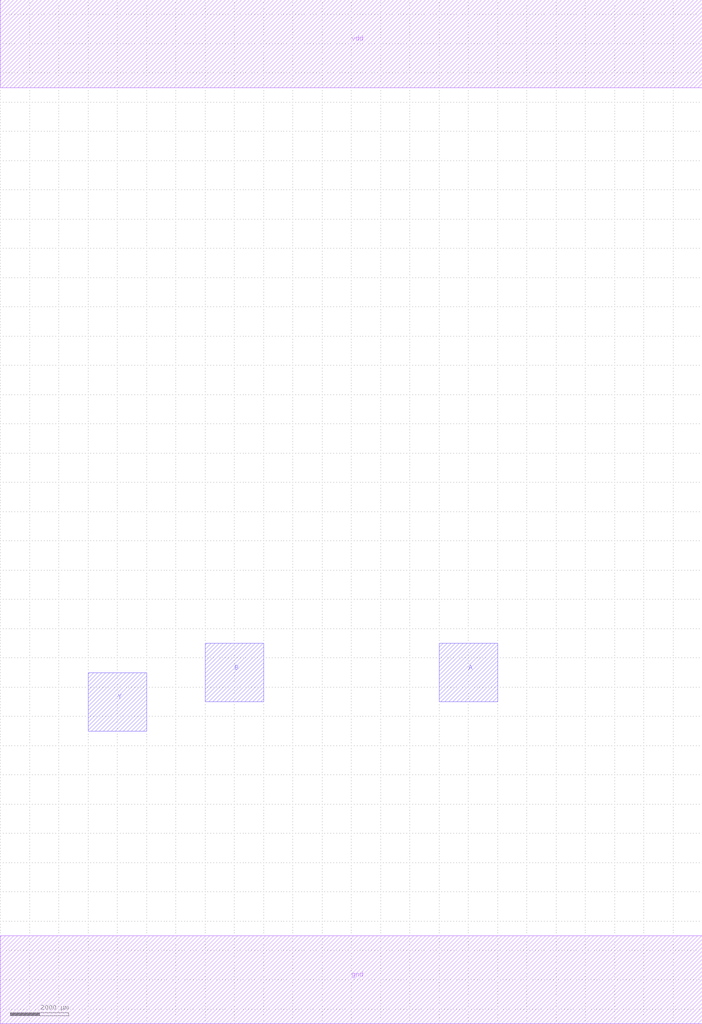
<source format=lef>
MACRO NAND2X1
 CLASS CORE ;
 ORIGIN 0 0 ;
 FOREIGN NAND2X1 0 0 ;
 SITE CORE ;
 SYMMETRY X Y R90 ;
  PIN vdd
   DIRECTION INOUT ;
   USE SIGNAL ;
   SHAPE ABUTMENT ;
    PORT
     CLASS CORE ;
       LAYER metal1 ;
        RECT 0.00000000 30500.00000000 24000.00000000 33500.00000000 ;
    END
  END vdd

  PIN gnd
   DIRECTION INOUT ;
   USE SIGNAL ;
   SHAPE ABUTMENT ;
    PORT
     CLASS CORE ;
       LAYER metal1 ;
        RECT 0.00000000 -1500.00000000 24000.00000000 1500.00000000 ;
    END
  END gnd

  PIN B
   DIRECTION INOUT ;
   USE SIGNAL ;
   SHAPE ABUTMENT ;
    PORT
     CLASS CORE ;
       LAYER metal2 ;
        RECT 7000.00000000 9500.00000000 9000.00000000 11500.00000000 ;
    END
  END B

  PIN A
   DIRECTION INOUT ;
   USE SIGNAL ;
   SHAPE ABUTMENT ;
    PORT
     CLASS CORE ;
       LAYER metal2 ;
        RECT 15000.00000000 9500.00000000 17000.00000000 11500.00000000 ;
    END
  END A

  PIN Y
   DIRECTION INOUT ;
   USE SIGNAL ;
   SHAPE ABUTMENT ;
    PORT
     CLASS CORE ;
       LAYER metal2 ;
        RECT 3000.00000000 8500.00000000 5000.00000000 10500.00000000 ;
    END
  END Y


END NAND2X1

</source>
